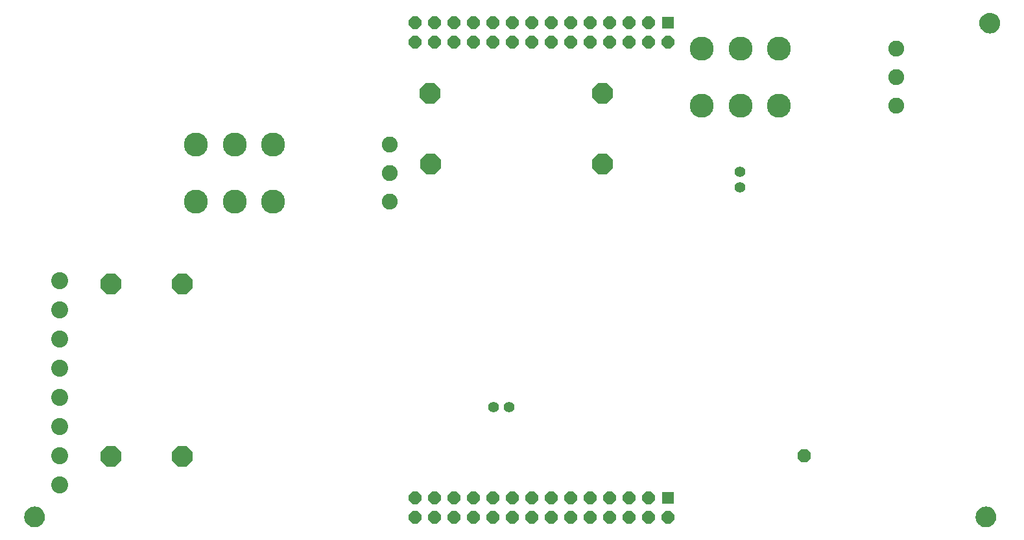
<source format=gbs>
G75*
%MOIN*%
%OFA0B0*%
%FSLAX25Y25*%
%IPPOS*%
%LPD*%
%AMOC8*
5,1,8,0,0,1.08239X$1,22.5*
%
%ADD10R,0.06406X0.06406*%
%ADD11OC8,0.06406*%
%ADD12C,0.08768*%
%ADD13C,0.00500*%
%ADD14OC8,0.06996*%
%ADD15OC8,0.10500*%
%ADD16C,0.12311*%
%ADD17C,0.08177*%
%ADD18C,0.05500*%
D10*
X0345473Y0038461D03*
X0345473Y0282713D03*
D11*
X0335473Y0282713D03*
X0325473Y0282713D03*
X0315473Y0282713D03*
X0305473Y0282713D03*
X0295473Y0282713D03*
X0285473Y0282713D03*
X0275473Y0282713D03*
X0265473Y0282713D03*
X0255473Y0282713D03*
X0245473Y0282713D03*
X0235473Y0282713D03*
X0225473Y0282713D03*
X0215473Y0282713D03*
X0215473Y0272713D03*
X0225473Y0272713D03*
X0235473Y0272713D03*
X0245473Y0272713D03*
X0255473Y0272713D03*
X0265473Y0272713D03*
X0275473Y0272713D03*
X0285473Y0272713D03*
X0295473Y0272713D03*
X0305473Y0272713D03*
X0315473Y0272713D03*
X0325473Y0272713D03*
X0335473Y0272713D03*
X0345473Y0272713D03*
X0335473Y0038461D03*
X0325473Y0038461D03*
X0315473Y0038461D03*
X0305473Y0038461D03*
X0295473Y0038461D03*
X0285473Y0038461D03*
X0275473Y0038461D03*
X0265473Y0038461D03*
X0255473Y0038461D03*
X0245473Y0038461D03*
X0235473Y0038461D03*
X0225473Y0038461D03*
X0215473Y0038461D03*
X0215473Y0028461D03*
X0225473Y0028461D03*
X0235473Y0028461D03*
X0245473Y0028461D03*
X0255473Y0028461D03*
X0265473Y0028461D03*
X0275473Y0028461D03*
X0285473Y0028461D03*
X0295473Y0028461D03*
X0305473Y0028461D03*
X0315473Y0028461D03*
X0325473Y0028461D03*
X0335473Y0028461D03*
X0345473Y0028461D03*
D12*
X0032796Y0045016D03*
X0032796Y0060016D03*
X0032796Y0075016D03*
X0032796Y0090016D03*
X0032796Y0105016D03*
X0032796Y0120016D03*
X0032796Y0135016D03*
X0032796Y0150016D03*
D13*
X0016590Y0024788D02*
X0017304Y0024288D01*
X0018094Y0023920D01*
X0018936Y0023694D01*
X0019804Y0023618D01*
X0020672Y0023694D01*
X0021514Y0023920D01*
X0022304Y0024288D01*
X0023018Y0024788D01*
X0023634Y0025404D01*
X0024134Y0026118D01*
X0024502Y0026908D01*
X0024728Y0027750D01*
X0024804Y0028618D01*
X0024728Y0029486D01*
X0024502Y0030328D01*
X0024134Y0031118D01*
X0023634Y0031832D01*
X0023018Y0032448D01*
X0022304Y0032948D01*
X0021514Y0033317D01*
X0020672Y0033542D01*
X0019804Y0033618D01*
X0018936Y0033542D01*
X0018094Y0033317D01*
X0017304Y0032948D01*
X0016590Y0032448D01*
X0015974Y0031832D01*
X0015474Y0031118D01*
X0015105Y0030328D01*
X0014880Y0029486D01*
X0014804Y0028618D01*
X0014880Y0027750D01*
X0015105Y0026908D01*
X0015474Y0026118D01*
X0015974Y0025404D01*
X0016590Y0024788D01*
X0016743Y0024681D02*
X0022865Y0024681D01*
X0023410Y0025180D02*
X0016198Y0025180D01*
X0015782Y0025678D02*
X0023826Y0025678D01*
X0024161Y0026177D02*
X0015447Y0026177D01*
X0015214Y0026675D02*
X0024394Y0026675D01*
X0024574Y0027174D02*
X0015034Y0027174D01*
X0014901Y0027672D02*
X0024707Y0027672D01*
X0024765Y0028171D02*
X0014843Y0028171D01*
X0014808Y0028669D02*
X0024799Y0028669D01*
X0024756Y0029168D02*
X0014852Y0029168D01*
X0014928Y0029666D02*
X0024680Y0029666D01*
X0024546Y0030165D02*
X0015062Y0030165D01*
X0015262Y0030663D02*
X0024346Y0030663D01*
X0024104Y0031162D02*
X0015504Y0031162D01*
X0015853Y0031660D02*
X0023754Y0031660D01*
X0023307Y0032159D02*
X0016300Y0032159D01*
X0016888Y0032657D02*
X0022719Y0032657D01*
X0021859Y0033156D02*
X0017749Y0033156D01*
X0017530Y0024183D02*
X0022078Y0024183D01*
X0020558Y0023684D02*
X0019050Y0023684D01*
X0503780Y0028618D02*
X0503856Y0029486D01*
X0504082Y0030328D01*
X0504450Y0031118D01*
X0504950Y0031832D01*
X0505566Y0032448D01*
X0506280Y0032948D01*
X0507070Y0033317D01*
X0507912Y0033542D01*
X0508780Y0033618D01*
X0509649Y0033542D01*
X0510490Y0033317D01*
X0511280Y0032948D01*
X0511994Y0032448D01*
X0512611Y0031832D01*
X0513110Y0031118D01*
X0513479Y0030328D01*
X0513704Y0029486D01*
X0513780Y0028618D01*
X0513704Y0027750D01*
X0513479Y0026908D01*
X0513110Y0026118D01*
X0512611Y0025404D01*
X0511994Y0024788D01*
X0511280Y0024288D01*
X0510490Y0023920D01*
X0509649Y0023694D01*
X0508780Y0023618D01*
X0507912Y0023694D01*
X0507070Y0023920D01*
X0506280Y0024288D01*
X0505566Y0024788D01*
X0504950Y0025404D01*
X0504450Y0026118D01*
X0504082Y0026908D01*
X0503856Y0027750D01*
X0503780Y0028618D01*
X0503785Y0028669D02*
X0513776Y0028669D01*
X0513741Y0028171D02*
X0503819Y0028171D01*
X0503877Y0027672D02*
X0513684Y0027672D01*
X0513550Y0027174D02*
X0504011Y0027174D01*
X0504190Y0026675D02*
X0513370Y0026675D01*
X0513138Y0026177D02*
X0504423Y0026177D01*
X0504758Y0025678D02*
X0512802Y0025678D01*
X0512386Y0025180D02*
X0505175Y0025180D01*
X0505719Y0024681D02*
X0511842Y0024681D01*
X0511054Y0024183D02*
X0506506Y0024183D01*
X0508026Y0023684D02*
X0509534Y0023684D01*
X0513732Y0029168D02*
X0503828Y0029168D01*
X0503904Y0029666D02*
X0513656Y0029666D01*
X0513523Y0030165D02*
X0504038Y0030165D01*
X0504238Y0030663D02*
X0513323Y0030663D01*
X0513080Y0031162D02*
X0504481Y0031162D01*
X0504830Y0031660D02*
X0512731Y0031660D01*
X0512284Y0032159D02*
X0505277Y0032159D01*
X0505865Y0032657D02*
X0511696Y0032657D01*
X0510835Y0033156D02*
X0506725Y0033156D01*
X0510749Y0277555D02*
X0509881Y0277631D01*
X0509039Y0277857D01*
X0508249Y0278225D01*
X0507535Y0278725D01*
X0506919Y0279341D01*
X0506419Y0280055D01*
X0506050Y0280845D01*
X0505825Y0281687D01*
X0505749Y0282555D01*
X0505825Y0283423D01*
X0506050Y0284265D01*
X0506419Y0285055D01*
X0506919Y0285769D01*
X0507535Y0286385D01*
X0508249Y0286885D01*
X0509039Y0287254D01*
X0509881Y0287479D01*
X0510749Y0287555D01*
X0511617Y0287479D01*
X0512459Y0287254D01*
X0513249Y0286885D01*
X0513963Y0286385D01*
X0514579Y0285769D01*
X0515079Y0285055D01*
X0515447Y0284265D01*
X0515673Y0283423D01*
X0515749Y0282555D01*
X0515673Y0281687D01*
X0515447Y0280845D01*
X0515079Y0280055D01*
X0514579Y0279341D01*
X0513963Y0278725D01*
X0513249Y0278225D01*
X0512459Y0277857D01*
X0511617Y0277631D01*
X0510749Y0277555D01*
X0512605Y0277925D02*
X0508892Y0277925D01*
X0507966Y0278423D02*
X0513532Y0278423D01*
X0514160Y0278922D02*
X0507338Y0278922D01*
X0506863Y0279420D02*
X0514635Y0279420D01*
X0514984Y0279919D02*
X0506514Y0279919D01*
X0506250Y0280417D02*
X0515248Y0280417D01*
X0515466Y0280916D02*
X0506031Y0280916D01*
X0505898Y0281414D02*
X0515600Y0281414D01*
X0515693Y0281913D02*
X0505805Y0281913D01*
X0505761Y0282411D02*
X0515736Y0282411D01*
X0515718Y0282910D02*
X0505780Y0282910D01*
X0505823Y0283408D02*
X0515674Y0283408D01*
X0515543Y0283907D02*
X0505954Y0283907D01*
X0506116Y0284405D02*
X0515382Y0284405D01*
X0515149Y0284904D02*
X0506348Y0284904D01*
X0506662Y0285403D02*
X0514836Y0285403D01*
X0514447Y0285901D02*
X0507051Y0285901D01*
X0507555Y0286400D02*
X0513942Y0286400D01*
X0513221Y0286898D02*
X0508276Y0286898D01*
X0509572Y0287397D02*
X0511925Y0287397D01*
D14*
X0415499Y0060031D03*
D15*
X0311790Y0209931D03*
X0311740Y0246481D03*
X0223157Y0246481D03*
X0223207Y0209931D03*
X0095699Y0148422D03*
X0059099Y0148422D03*
X0059099Y0059840D03*
X0095699Y0059840D03*
D16*
X0102735Y0190617D03*
X0122578Y0190617D03*
X0142420Y0190617D03*
X0142420Y0220145D03*
X0122578Y0220145D03*
X0102735Y0220145D03*
X0362785Y0239967D03*
X0382628Y0239967D03*
X0402470Y0239967D03*
X0402470Y0269495D03*
X0382628Y0269495D03*
X0362785Y0269495D03*
D17*
X0462549Y0269495D03*
X0462549Y0254731D03*
X0462549Y0239967D03*
X0202499Y0220145D03*
X0202499Y0205381D03*
X0202499Y0190617D03*
D18*
X0382249Y0198094D03*
X0382249Y0205968D03*
X0263636Y0084981D03*
X0255762Y0084981D03*
M02*

</source>
